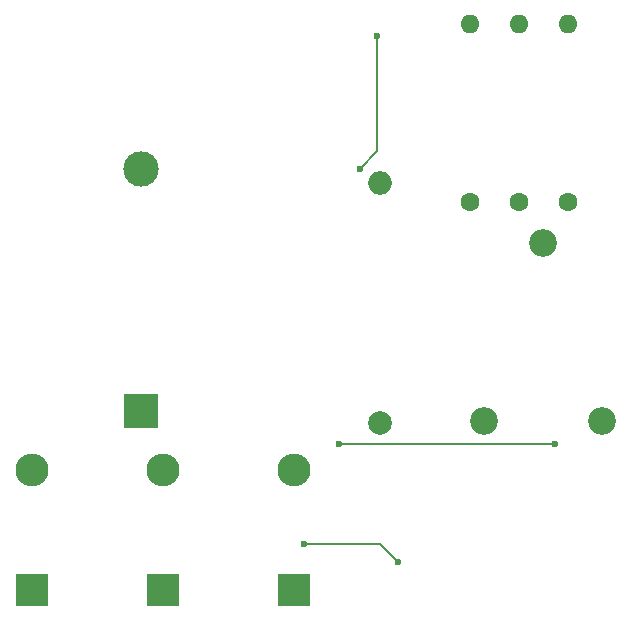
<source format=gbr>
%TF.GenerationSoftware,KiCad,Pcbnew,9.0.0*%
%TF.CreationDate,2025-03-24T09:19:30+05:30*%
%TF.ProjectId,boost_converter,626f6f73-745f-4636-9f6e-766572746572,rev?*%
%TF.SameCoordinates,Original*%
%TF.FileFunction,Copper,L2,Bot*%
%TF.FilePolarity,Positive*%
%FSLAX46Y46*%
G04 Gerber Fmt 4.6, Leading zero omitted, Abs format (unit mm)*
G04 Created by KiCad (PCBNEW 9.0.0) date 2025-03-24 09:19:30*
%MOMM*%
%LPD*%
G01*
G04 APERTURE LIST*
%TA.AperFunction,ComponentPad*%
%ADD10C,1.600000*%
%TD*%
%TA.AperFunction,ComponentPad*%
%ADD11O,1.600000X1.600000*%
%TD*%
%TA.AperFunction,ComponentPad*%
%ADD12C,2.000000*%
%TD*%
%TA.AperFunction,ComponentPad*%
%ADD13O,2.000000X2.000000*%
%TD*%
%TA.AperFunction,ComponentPad*%
%ADD14R,2.800000X2.800000*%
%TD*%
%TA.AperFunction,ComponentPad*%
%ADD15O,2.800000X2.800000*%
%TD*%
%TA.AperFunction,ComponentPad*%
%ADD16R,3.000000X3.000000*%
%TD*%
%TA.AperFunction,ComponentPad*%
%ADD17C,3.000000*%
%TD*%
%TA.AperFunction,ComponentPad*%
%ADD18C,2.340000*%
%TD*%
%TA.AperFunction,ViaPad*%
%ADD19C,0.600000*%
%TD*%
%TA.AperFunction,Conductor*%
%ADD20C,0.200000*%
%TD*%
G04 APERTURE END LIST*
D10*
%TO.P,C1,1*%
%TO.N,/cv*%
X157100000Y-83250000D03*
D11*
%TO.P,C1,2*%
%TO.N,GND*%
X157100000Y-68250000D03*
%TD*%
D12*
%TO.P,L1,1,1*%
%TO.N,+3.3V*%
X149500000Y-102000000D03*
D13*
%TO.P,L1,2,2*%
%TO.N,/diode3*%
X149500000Y-81680000D03*
%TD*%
D10*
%TO.P,C2,1*%
%TO.N,/thr*%
X161250000Y-83250000D03*
D11*
%TO.P,C2,2*%
%TO.N,GND*%
X161250000Y-68250000D03*
%TD*%
D14*
%TO.P,D3,1,K*%
%TO.N,Net-(D3-K)*%
X131060000Y-116110000D03*
D15*
%TO.P,D3,2,A*%
%TO.N,/r1*%
X131060000Y-105950000D03*
%TD*%
D14*
%TO.P,D4,1,K*%
%TO.N,/r1*%
X142150000Y-116110000D03*
D15*
%TO.P,D4,2,A*%
%TO.N,Net-(D4-A)*%
X142150000Y-105950000D03*
%TD*%
D10*
%TO.P,C3,1*%
%TO.N,/diode3n*%
X165400000Y-83250000D03*
D11*
%TO.P,C3,2*%
%TO.N,GND*%
X165400000Y-68250000D03*
%TD*%
D16*
%TO.P,BT1,1,+*%
%TO.N,+3.3V*%
X129204580Y-100950000D03*
D17*
%TO.P,BT1,2,-*%
%TO.N,GND*%
X129204580Y-80460000D03*
%TD*%
D14*
%TO.P,D1,1,K*%
%TO.N,/diode3n*%
X119970000Y-116110000D03*
D15*
%TO.P,D1,2,A*%
%TO.N,/diode3*%
X119970000Y-105950000D03*
%TD*%
D18*
%TO.P,RV1,1,1*%
%TO.N,Net-(D4-A)*%
X168300000Y-101800000D03*
%TO.P,RV1,2,2*%
%TO.N,/thr*%
X163300000Y-86800000D03*
%TO.P,RV1,3,3*%
%TO.N,Net-(D3-K)*%
X158300000Y-101800000D03*
%TD*%
D19*
%TO.N,/diode3*%
X149250000Y-69250000D03*
X147750000Y-80500000D03*
%TO.N,/r1*%
X143000000Y-112250000D03*
X151000000Y-113750000D03*
%TO.N,Net-(D4-A)*%
X146000000Y-103750000D03*
X164250000Y-103750000D03*
%TD*%
D20*
%TO.N,/diode3*%
X149250000Y-79000000D02*
X147750000Y-80500000D01*
X149250000Y-69250000D02*
X149250000Y-79000000D01*
%TO.N,/r1*%
X143000000Y-112250000D02*
X149500000Y-112250000D01*
X149500000Y-112250000D02*
X151000000Y-113750000D01*
%TO.N,Net-(D4-A)*%
X146000000Y-103750000D02*
X164250000Y-103750000D01*
%TD*%
M02*

</source>
